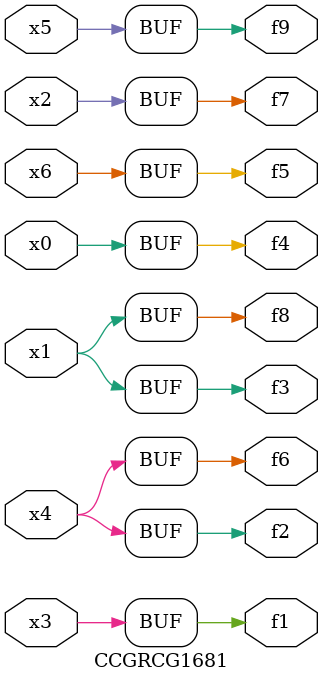
<source format=v>
module CCGRCG1681(
	input x0, x1, x2, x3, x4, x5, x6,
	output f1, f2, f3, f4, f5, f6, f7, f8, f9
);
	assign f1 = x3;
	assign f2 = x4;
	assign f3 = x1;
	assign f4 = x0;
	assign f5 = x6;
	assign f6 = x4;
	assign f7 = x2;
	assign f8 = x1;
	assign f9 = x5;
endmodule

</source>
